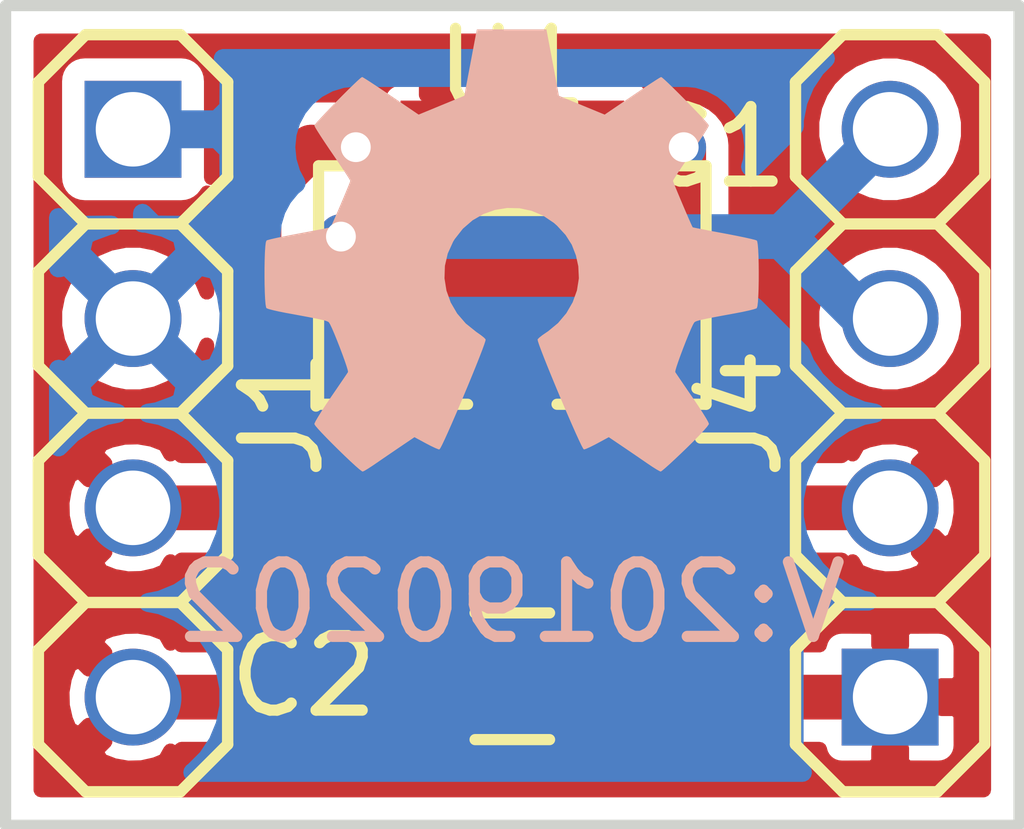
<source format=kicad_pcb>
(kicad_pcb (version 20171130) (host pcbnew 5.1.6-c6e7f7d~86~ubuntu19.10.1)

  (general
    (thickness 1.6)
    (drawings 4)
    (tracks 38)
    (zones 0)
    (modules 7)
    (nets 6)
  )

  (page A4)
  (layers
    (0 F.Cu signal)
    (31 B.Cu signal)
    (32 B.Adhes user)
    (33 F.Adhes user)
    (34 B.Paste user)
    (35 F.Paste user)
    (36 B.SilkS user)
    (37 F.SilkS user)
    (38 B.Mask user)
    (39 F.Mask user)
    (40 Dwgs.User user)
    (41 Cmts.User user)
    (42 Eco1.User user)
    (43 Eco2.User user)
    (44 Edge.Cuts user)
    (45 Margin user)
    (46 B.CrtYd user)
    (47 F.CrtYd user)
    (48 B.Fab user)
    (49 F.Fab user)
  )

  (setup
    (last_trace_width 0.1524)
    (user_trace_width 0.1524)
    (user_trace_width 0.2)
    (user_trace_width 0.3)
    (user_trace_width 0.4)
    (user_trace_width 0.6)
    (user_trace_width 1)
    (user_trace_width 1.5)
    (user_trace_width 2)
    (trace_clearance 0.1524)
    (zone_clearance 0.3)
    (zone_45_only no)
    (trace_min 0.1524)
    (via_size 0.381)
    (via_drill 0.254)
    (via_min_size 0.381)
    (via_min_drill 0.254)
    (user_via 0.381 0.254)
    (user_via 0.55 0.4)
    (user_via 0.75 0.6)
    (user_via 0.95 0.8)
    (user_via 1.3 1)
    (user_via 1.5 1.2)
    (user_via 1.7 1.4)
    (user_via 1.9 1.6)
    (uvia_size 0.381)
    (uvia_drill 0.254)
    (uvias_allowed no)
    (uvia_min_size 0.381)
    (uvia_min_drill 0.254)
    (edge_width 0.15)
    (segment_width 0.2)
    (pcb_text_width 0.3)
    (pcb_text_size 1.5 1.5)
    (mod_edge_width 0.15)
    (mod_text_size 1 1)
    (mod_text_width 0.15)
    (pad_size 1 1.25)
    (pad_drill 0)
    (pad_to_mask_clearance 0.05)
    (solder_mask_min_width 0.1)
    (aux_axis_origin 0 0)
    (visible_elements FFFFFF7F)
    (pcbplotparams
      (layerselection 0x010f0_ffffffff)
      (usegerberextensions true)
      (usegerberattributes false)
      (usegerberadvancedattributes false)
      (creategerberjobfile false)
      (excludeedgelayer true)
      (linewidth 0.100000)
      (plotframeref false)
      (viasonmask false)
      (mode 1)
      (useauxorigin false)
      (hpglpennumber 1)
      (hpglpenspeed 20)
      (hpglpendiameter 15.000000)
      (psnegative false)
      (psa4output false)
      (plotreference true)
      (plotvalue true)
      (plotinvisibletext false)
      (padsonsilk false)
      (subtractmaskfromsilk false)
      (outputformat 1)
      (mirror false)
      (drillshape 0)
      (scaleselection 1)
      (outputdirectory "MCP1702_SOT89_breakoutmodule_JST_plots"))
  )

  (net 0 "")
  (net 1 +12V)
  (net 2 GND)
  (net 3 /VIN)
  (net 4 /VSS)
  (net 5 /VOUT)

  (net_class Default "This is the default net class."
    (clearance 0.1524)
    (trace_width 0.1524)
    (via_dia 0.381)
    (via_drill 0.254)
    (uvia_dia 0.381)
    (uvia_drill 0.254)
    (add_net +12V)
    (add_net /VIN)
    (add_net /VOUT)
    (add_net /VSS)
    (add_net GND)
  )

  (module SquantorIC:SOT89-NXP (layer F.Cu) (tedit 5D55594A) (tstamp 5C0A8B4E)
    (at 135.9 76.1)
    (descr "SOT89 NXP specification https://www.nxp.com/docs/en/package-information/SOT89.pdf")
    (tags "SOT89 NXP")
    (path /5BE4AA1E)
    (attr smd)
    (fp_text reference U1 (at 0 -3.25) (layer F.SilkS)
      (effects (font (size 1 1) (thickness 0.15)))
    )
    (fp_text value MCP1702-MB (at 0 3.25) (layer F.Fab)
      (effects (font (size 1 1) (thickness 0.15)))
    )
    (fp_line (start -2.05 2.55) (end 2.05 2.55) (layer F.CrtYd) (width 0.05))
    (fp_line (start 2.05 2.55) (end 2.05 1.3) (layer F.CrtYd) (width 0.05))
    (fp_line (start 2.05 1.3) (end 2.65 1.3) (layer F.CrtYd) (width 0.05))
    (fp_line (start -2.05 2.55) (end -2.05 1.3) (layer F.CrtYd) (width 0.05))
    (fp_line (start -2.05 1.3) (end -2.65 1.3) (layer F.CrtYd) (width 0.05))
    (fp_line (start -1.3 -2.55) (end 1.3 -2.55) (layer F.CrtYd) (width 0.05))
    (fp_line (start -2.65 1.3) (end -2.65 -2) (layer F.CrtYd) (width 0.05))
    (fp_line (start -2.65 -2) (end -1.3 -2) (layer F.CrtYd) (width 0.05))
    (fp_line (start -1.3 -2) (end -1.3 -2.55) (layer F.CrtYd) (width 0.05))
    (fp_line (start 2.65 1.3) (end 2.65 -2) (layer F.CrtYd) (width 0.05))
    (fp_line (start 2.65 -2) (end 1.3 -2) (layer F.CrtYd) (width 0.05))
    (fp_line (start 1.3 -2) (end 1.3 -2.55) (layer F.CrtYd) (width 0.05))
    (fp_line (start -2.6 1.25) (end -2.6 -1.95) (layer F.SilkS) (width 0.15))
    (fp_line (start -2.6 -1.95) (end -1.35 -1.95) (layer F.SilkS) (width 0.15))
    (fp_line (start 1.35 -1.95) (end 2.6 -1.95) (layer F.SilkS) (width 0.15))
    (fp_line (start 2.6 -1.95) (end 2.6 1.25) (layer F.SilkS) (width 0.15))
    (fp_line (start -2.6 1.25) (end -2.1 1.25) (layer F.SilkS) (width 0.15))
    (fp_line (start -0.9 1.25) (end -0.6 1.25) (layer F.SilkS) (width 0.15))
    (fp_line (start 0.6 1.25) (end 0.9 1.25) (layer F.SilkS) (width 0.15))
    (fp_line (start 2.6 1.25) (end 2.1 1.25) (layer F.SilkS) (width 0.15))
    (pad 2 smd rect (at 0 -1.825) (size 1.9 0.85) (layers F.Cu F.Paste)
      (net 3 /VIN))
    (pad 2 smd rect (at 0 -0.6) (size 1.2 1.2) (layers F.Cu F.Paste)
      (net 3 /VIN))
    (pad 3 smd rect (at 1.5 1.75) (size 0.6 1) (layers F.Cu F.Paste)
      (net 5 /VOUT))
    (pad 1 smd rect (at -1.5 1.75) (size 0.6 1) (layers F.Cu F.Paste)
      (net 4 /VSS))
    (pad 2 smd rect (at 0 1.75) (size 0.6 1) (layers F.Cu F.Paste)
      (net 3 /VIN))
    (pad 2 smd rect (at 0 -0.9) (size 2 2.8) (layers F.Cu F.Mask)
      (net 3 /VIN))
    (pad 3 smd rect (at 1.5 1.75) (size 0.7 1.1) (layers F.Cu F.Mask)
      (net 5 /VOUT))
    (pad 2 smd rect (at 0 1.4) (size 0.7 1.8) (layers F.Cu F.Mask)
      (net 3 /VIN))
    (pad 1 smd rect (at -1.5 1.75) (size 0.7 1.1) (layers F.Cu F.Mask)
      (net 4 /VSS))
    (model ${KISYS3DMOD}/Package_TO_SOT_SMD.3dshapes/SOT-89-3.step
      (at (xyz 0 0 0))
      (scale (xyz 1 1 1))
      (rotate (xyz 0 0 -90))
    )
  )

  (module Symbols:OSHW-Symbol_6.7x6mm_SilkScreen (layer B.Cu) (tedit 0) (tstamp 5A135134)
    (at 135.9 75.3 180)
    (descr "Open Source Hardware Symbol")
    (tags "Logo Symbol OSHW")
    (path /5A135869)
    (attr virtual)
    (fp_text reference N1 (at 0 0 180) (layer B.SilkS) hide
      (effects (font (size 1 1) (thickness 0.15)) (justify mirror))
    )
    (fp_text value OHWLOGO (at 0.75 0 180) (layer B.Fab) hide
      (effects (font (size 1 1) (thickness 0.15)) (justify mirror))
    )
    (fp_poly (pts (xy 0.555814 2.531069) (xy 0.639635 2.086445) (xy 0.94892 1.958947) (xy 1.258206 1.831449)
      (xy 1.629246 2.083754) (xy 1.733157 2.154004) (xy 1.827087 2.216728) (xy 1.906652 2.269062)
      (xy 1.96747 2.308143) (xy 2.005157 2.331107) (xy 2.015421 2.336058) (xy 2.03391 2.323324)
      (xy 2.07342 2.288118) (xy 2.129522 2.234938) (xy 2.197787 2.168282) (xy 2.273786 2.092646)
      (xy 2.353092 2.012528) (xy 2.431275 1.932426) (xy 2.503907 1.856836) (xy 2.566559 1.790255)
      (xy 2.614803 1.737182) (xy 2.64421 1.702113) (xy 2.651241 1.690377) (xy 2.641123 1.66874)
      (xy 2.612759 1.621338) (xy 2.569129 1.552807) (xy 2.513218 1.467785) (xy 2.448006 1.370907)
      (xy 2.410219 1.31565) (xy 2.341343 1.214752) (xy 2.28014 1.123701) (xy 2.229578 1.04703)
      (xy 2.192628 0.989272) (xy 2.172258 0.954957) (xy 2.169197 0.947746) (xy 2.176136 0.927252)
      (xy 2.195051 0.879487) (xy 2.223087 0.811168) (xy 2.257391 0.729011) (xy 2.295109 0.63973)
      (xy 2.333387 0.550042) (xy 2.36937 0.466662) (xy 2.400206 0.396306) (xy 2.423039 0.34569)
      (xy 2.435017 0.321529) (xy 2.435724 0.320578) (xy 2.454531 0.315964) (xy 2.504618 0.305672)
      (xy 2.580793 0.290713) (xy 2.677865 0.272099) (xy 2.790643 0.250841) (xy 2.856442 0.238582)
      (xy 2.97695 0.215638) (xy 3.085797 0.193805) (xy 3.177476 0.174278) (xy 3.246481 0.158252)
      (xy 3.287304 0.146921) (xy 3.295511 0.143326) (xy 3.303548 0.118994) (xy 3.310033 0.064041)
      (xy 3.31497 -0.015108) (xy 3.318364 -0.112026) (xy 3.320218 -0.220287) (xy 3.320538 -0.333465)
      (xy 3.319327 -0.445135) (xy 3.31659 -0.548868) (xy 3.312331 -0.638241) (xy 3.306555 -0.706826)
      (xy 3.299267 -0.748197) (xy 3.294895 -0.75681) (xy 3.268764 -0.767133) (xy 3.213393 -0.781892)
      (xy 3.136107 -0.799352) (xy 3.04423 -0.81778) (xy 3.012158 -0.823741) (xy 2.857524 -0.852066)
      (xy 2.735375 -0.874876) (xy 2.641673 -0.89308) (xy 2.572384 -0.907583) (xy 2.523471 -0.919292)
      (xy 2.490897 -0.929115) (xy 2.470628 -0.937956) (xy 2.458626 -0.946724) (xy 2.456947 -0.948457)
      (xy 2.440184 -0.976371) (xy 2.414614 -1.030695) (xy 2.382788 -1.104777) (xy 2.34726 -1.191965)
      (xy 2.310583 -1.285608) (xy 2.275311 -1.379052) (xy 2.243996 -1.465647) (xy 2.219193 -1.53874)
      (xy 2.203454 -1.591678) (xy 2.199332 -1.617811) (xy 2.199676 -1.618726) (xy 2.213641 -1.640086)
      (xy 2.245322 -1.687084) (xy 2.291391 -1.754827) (xy 2.348518 -1.838423) (xy 2.413373 -1.932982)
      (xy 2.431843 -1.959854) (xy 2.497699 -2.057275) (xy 2.55565 -2.146163) (xy 2.602538 -2.221412)
      (xy 2.635207 -2.27792) (xy 2.6505 -2.310581) (xy 2.651241 -2.314593) (xy 2.638392 -2.335684)
      (xy 2.602888 -2.377464) (xy 2.549293 -2.435445) (xy 2.482171 -2.505135) (xy 2.406087 -2.582045)
      (xy 2.325604 -2.661683) (xy 2.245287 -2.739561) (xy 2.169699 -2.811186) (xy 2.103405 -2.87207)
      (xy 2.050969 -2.917721) (xy 2.016955 -2.94365) (xy 2.007545 -2.947883) (xy 1.985643 -2.937912)
      (xy 1.9408 -2.91102) (xy 1.880321 -2.871736) (xy 1.833789 -2.840117) (xy 1.749475 -2.782098)
      (xy 1.649626 -2.713784) (xy 1.549473 -2.645579) (xy 1.495627 -2.609075) (xy 1.313371 -2.4858)
      (xy 1.160381 -2.56852) (xy 1.090682 -2.604759) (xy 1.031414 -2.632926) (xy 0.991311 -2.648991)
      (xy 0.981103 -2.651226) (xy 0.968829 -2.634722) (xy 0.944613 -2.588082) (xy 0.910263 -2.515609)
      (xy 0.867588 -2.421606) (xy 0.818394 -2.310374) (xy 0.76449 -2.186215) (xy 0.707684 -2.053432)
      (xy 0.649782 -1.916327) (xy 0.592593 -1.779202) (xy 0.537924 -1.646358) (xy 0.487584 -1.522098)
      (xy 0.44338 -1.410725) (xy 0.407119 -1.316539) (xy 0.380609 -1.243844) (xy 0.365658 -1.196941)
      (xy 0.363254 -1.180833) (xy 0.382311 -1.160286) (xy 0.424036 -1.126933) (xy 0.479706 -1.087702)
      (xy 0.484378 -1.084599) (xy 0.628264 -0.969423) (xy 0.744283 -0.835053) (xy 0.83143 -0.685784)
      (xy 0.888699 -0.525913) (xy 0.915086 -0.359737) (xy 0.909585 -0.191552) (xy 0.87119 -0.025655)
      (xy 0.798895 0.133658) (xy 0.777626 0.168513) (xy 0.666996 0.309263) (xy 0.536302 0.422286)
      (xy 0.390064 0.506997) (xy 0.232808 0.562806) (xy 0.069057 0.589126) (xy -0.096667 0.58537)
      (xy -0.259838 0.55095) (xy -0.415935 0.485277) (xy -0.560433 0.387765) (xy -0.605131 0.348187)
      (xy -0.718888 0.224297) (xy -0.801782 0.093876) (xy -0.858644 -0.052315) (xy -0.890313 -0.197088)
      (xy -0.898131 -0.35986) (xy -0.872062 -0.52344) (xy -0.814755 -0.682298) (xy -0.728856 -0.830906)
      (xy -0.617014 -0.963735) (xy -0.481877 -1.075256) (xy -0.464117 -1.087011) (xy -0.40785 -1.125508)
      (xy -0.365077 -1.158863) (xy -0.344628 -1.18016) (xy -0.344331 -1.180833) (xy -0.348721 -1.203871)
      (xy -0.366124 -1.256157) (xy -0.394732 -1.33339) (xy -0.432735 -1.431268) (xy -0.478326 -1.545491)
      (xy -0.529697 -1.671758) (xy -0.585038 -1.805767) (xy -0.642542 -1.943218) (xy -0.700399 -2.079808)
      (xy -0.756802 -2.211237) (xy -0.809942 -2.333205) (xy -0.85801 -2.441409) (xy -0.899199 -2.531549)
      (xy -0.931699 -2.599323) (xy -0.953703 -2.64043) (xy -0.962564 -2.651226) (xy -0.98964 -2.642819)
      (xy -1.040303 -2.620272) (xy -1.105817 -2.587613) (xy -1.141841 -2.56852) (xy -1.294832 -2.4858)
      (xy -1.477088 -2.609075) (xy -1.570125 -2.672228) (xy -1.671985 -2.741727) (xy -1.767438 -2.807165)
      (xy -1.81525 -2.840117) (xy -1.882495 -2.885273) (xy -1.939436 -2.921057) (xy -1.978646 -2.942938)
      (xy -1.991381 -2.947563) (xy -2.009917 -2.935085) (xy -2.050941 -2.900252) (xy -2.110475 -2.846678)
      (xy -2.184542 -2.777983) (xy -2.269165 -2.697781) (xy -2.322685 -2.646286) (xy -2.416319 -2.554286)
      (xy -2.497241 -2.471999) (xy -2.562177 -2.402945) (xy -2.607858 -2.350644) (xy -2.631011 -2.318616)
      (xy -2.633232 -2.312116) (xy -2.622924 -2.287394) (xy -2.594439 -2.237405) (xy -2.550937 -2.167212)
      (xy -2.495577 -2.081875) (xy -2.43152 -1.986456) (xy -2.413303 -1.959854) (xy -2.346927 -1.863167)
      (xy -2.287378 -1.776117) (xy -2.237984 -1.703595) (xy -2.202075 -1.650493) (xy -2.182981 -1.621703)
      (xy -2.181136 -1.618726) (xy -2.183895 -1.595782) (xy -2.198538 -1.545336) (xy -2.222513 -1.474041)
      (xy -2.253266 -1.388547) (xy -2.288244 -1.295507) (xy -2.324893 -1.201574) (xy -2.360661 -1.113399)
      (xy -2.392994 -1.037634) (xy -2.419338 -0.980931) (xy -2.437142 -0.949943) (xy -2.438407 -0.948457)
      (xy -2.449294 -0.939601) (xy -2.467682 -0.930843) (xy -2.497606 -0.921277) (xy -2.543103 -0.909996)
      (xy -2.608209 -0.896093) (xy -2.696961 -0.878663) (xy -2.813393 -0.856798) (xy -2.961542 -0.829591)
      (xy -2.993618 -0.823741) (xy -3.088686 -0.805374) (xy -3.171565 -0.787405) (xy -3.23493 -0.771569)
      (xy -3.271458 -0.7596) (xy -3.276356 -0.75681) (xy -3.284427 -0.732072) (xy -3.290987 -0.67679)
      (xy -3.296033 -0.597389) (xy -3.299559 -0.500296) (xy -3.301561 -0.391938) (xy -3.302036 -0.27874)
      (xy -3.300977 -0.167128) (xy -3.298382 -0.063529) (xy -3.294246 0.025632) (xy -3.288563 0.093928)
      (xy -3.281331 0.134934) (xy -3.276971 0.143326) (xy -3.252698 0.151792) (xy -3.197426 0.165565)
      (xy -3.116662 0.18345) (xy -3.015912 0.204252) (xy -2.900683 0.226777) (xy -2.837902 0.238582)
      (xy -2.718787 0.260849) (xy -2.612565 0.281021) (xy -2.524427 0.298085) (xy -2.459566 0.311031)
      (xy -2.423174 0.318845) (xy -2.417184 0.320578) (xy -2.407061 0.34011) (xy -2.385662 0.387157)
      (xy -2.355839 0.454997) (xy -2.320445 0.536909) (xy -2.282332 0.626172) (xy -2.244353 0.716065)
      (xy -2.20936 0.799865) (xy -2.180206 0.870853) (xy -2.159743 0.922306) (xy -2.150823 0.947503)
      (xy -2.150657 0.948604) (xy -2.160769 0.968481) (xy -2.189117 1.014223) (xy -2.232723 1.081283)
      (xy -2.288606 1.165116) (xy -2.353787 1.261174) (xy -2.391679 1.31635) (xy -2.460725 1.417519)
      (xy -2.52205 1.50937) (xy -2.572663 1.587256) (xy -2.609571 1.646531) (xy -2.629782 1.682549)
      (xy -2.632701 1.690623) (xy -2.620153 1.709416) (xy -2.585463 1.749543) (xy -2.533063 1.806507)
      (xy -2.467384 1.875815) (xy -2.392856 1.952969) (xy -2.313913 2.033475) (xy -2.234983 2.112837)
      (xy -2.1605 2.18656) (xy -2.094894 2.250148) (xy -2.042596 2.299106) (xy -2.008039 2.328939)
      (xy -1.996478 2.336058) (xy -1.977654 2.326047) (xy -1.932631 2.297922) (xy -1.865787 2.254546)
      (xy -1.781499 2.198782) (xy -1.684144 2.133494) (xy -1.610707 2.083754) (xy -1.239667 1.831449)
      (xy -0.621095 2.086445) (xy -0.537275 2.531069) (xy -0.453454 2.975693) (xy 0.471994 2.975693)
      (xy 0.555814 2.531069)) (layer B.SilkS) (width 0.01))
  )

  (module SquantorLabels:Label_version (layer B.Cu) (tedit 5B5A1E49) (tstamp 5BFE77D5)
    (at 135.3 80.01 90)
    (path /5A1357A5)
    (fp_text reference N2 (at 0 -1.4 90) (layer B.Fab) hide
      (effects (font (size 1 1) (thickness 0.15)) (justify mirror))
    )
    (fp_text value 20190202 (at 0 -0.1 180) (layer B.SilkS)
      (effects (font (size 1 1) (thickness 0.15)) (justify mirror))
    )
    (fp_text user V: (at 0 4.4 180) (layer B.SilkS)
      (effects (font (size 1 1) (thickness 0.15)) (justify mirror))
    )
  )

  (module SquantorRcl:C_0805 (layer F.Cu) (tedit 5415D6EA) (tstamp 5BFD038B)
    (at 135.9 73.9 180)
    (descr "Capacitor SMD 0805, reflow soldering, AVX (see smccp.pdf)")
    (tags "capacitor 0805")
    (path /5BE4AAB5)
    (attr smd)
    (fp_text reference C1 (at -2.7 0 180) (layer F.SilkS)
      (effects (font (size 1 1) (thickness 0.15)))
    )
    (fp_text value 1u (at -2.7 0 180) (layer F.Fab)
      (effects (font (size 1 1) (thickness 0.15)))
    )
    (fp_line (start -0.5 0.85) (end 0.5 0.85) (layer F.SilkS) (width 0.15))
    (fp_line (start 0.5 -0.85) (end -0.5 -0.85) (layer F.SilkS) (width 0.15))
    (fp_line (start 1.8 -1) (end 1.8 1) (layer F.CrtYd) (width 0.05))
    (fp_line (start -1.8 -1) (end -1.8 1) (layer F.CrtYd) (width 0.05))
    (fp_line (start -1.8 1) (end 1.8 1) (layer F.CrtYd) (width 0.05))
    (fp_line (start -1.8 -1) (end 1.8 -1) (layer F.CrtYd) (width 0.05))
    (fp_line (start -1 -0.625) (end 1 -0.625) (layer F.Fab) (width 0.15))
    (fp_line (start 1 -0.625) (end 1 0.625) (layer F.Fab) (width 0.15))
    (fp_line (start 1 0.625) (end -1 0.625) (layer F.Fab) (width 0.15))
    (fp_line (start -1 0.625) (end -1 -0.625) (layer F.Fab) (width 0.15))
    (pad 1 smd rect (at -1 0 180) (size 1 1.25) (layers F.Cu F.Paste F.Mask)
      (net 3 /VIN))
    (pad 2 smd rect (at 1 0 180) (size 1 1.25) (layers F.Cu F.Paste F.Mask)
      (net 4 /VSS))
    (model Capacitors_SMD.3dshapes/C_0805.wrl
      (at (xyz 0 0 0))
      (scale (xyz 1 1 1))
      (rotate (xyz 0 0 0))
    )
  )

  (module SquantorRcl:C_0805 (layer F.Cu) (tedit 5415D6EA) (tstamp 5BFD039B)
    (at 135.9 81)
    (descr "Capacitor SMD 0805, reflow soldering, AVX (see smccp.pdf)")
    (tags "capacitor 0805")
    (path /5BE4AAF0)
    (attr smd)
    (fp_text reference C2 (at -2.8 0) (layer F.SilkS)
      (effects (font (size 1 1) (thickness 0.15)))
    )
    (fp_text value 1u (at -2.9 0) (layer F.Fab)
      (effects (font (size 1 1) (thickness 0.15)))
    )
    (fp_line (start -1 0.625) (end -1 -0.625) (layer F.Fab) (width 0.15))
    (fp_line (start 1 0.625) (end -1 0.625) (layer F.Fab) (width 0.15))
    (fp_line (start 1 -0.625) (end 1 0.625) (layer F.Fab) (width 0.15))
    (fp_line (start -1 -0.625) (end 1 -0.625) (layer F.Fab) (width 0.15))
    (fp_line (start -1.8 -1) (end 1.8 -1) (layer F.CrtYd) (width 0.05))
    (fp_line (start -1.8 1) (end 1.8 1) (layer F.CrtYd) (width 0.05))
    (fp_line (start -1.8 -1) (end -1.8 1) (layer F.CrtYd) (width 0.05))
    (fp_line (start 1.8 -1) (end 1.8 1) (layer F.CrtYd) (width 0.05))
    (fp_line (start 0.5 -0.85) (end -0.5 -0.85) (layer F.SilkS) (width 0.15))
    (fp_line (start -0.5 0.85) (end 0.5 0.85) (layer F.SilkS) (width 0.15))
    (pad 2 smd rect (at 1 0) (size 1 1.25) (layers F.Cu F.Paste F.Mask)
      (net 4 /VSS))
    (pad 1 smd rect (at -1 0) (size 1 1.25) (layers F.Cu F.Paste F.Mask)
      (net 5 /VOUT))
    (model Capacitors_SMD.3dshapes/C_0805.wrl
      (at (xyz 0 0 0))
      (scale (xyz 1 1 1))
      (rotate (xyz 0 0 0))
    )
  )

  (module SquantorConnectors:Header-0254-1X04-H010 (layer F.Cu) (tedit 5BE5435D) (tstamp 5BFD03C0)
    (at 130.81 77.47 270)
    (descr "PIN HEADER")
    (tags "PIN HEADER")
    (path /5BE4B042)
    (attr virtual)
    (fp_text reference J1 (at 0 -2 270) (layer F.SilkS)
      (effects (font (size 1 1) (thickness 0.15)))
    )
    (fp_text value Conn_01x04 (at 0 2.2 270) (layer F.Fab) hide
      (effects (font (size 1 1) (thickness 0.15)))
    )
    (fp_line (start 4.445 1.27) (end 3.175 1.27) (layer F.SilkS) (width 0.1524))
    (fp_line (start 2.54 0.635) (end 3.175 1.27) (layer F.SilkS) (width 0.1524))
    (fp_line (start 3.175 -1.27) (end 2.54 -0.635) (layer F.SilkS) (width 0.1524))
    (fp_line (start 5.08 0.635) (end 4.445 1.27) (layer F.SilkS) (width 0.1524))
    (fp_line (start 5.08 -0.635) (end 5.08 0.635) (layer F.SilkS) (width 0.1524))
    (fp_line (start 4.445 -1.27) (end 5.08 -0.635) (layer F.SilkS) (width 0.1524))
    (fp_line (start 3.175 -1.27) (end 4.445 -1.27) (layer F.SilkS) (width 0.1524))
    (fp_line (start -3.175 1.27) (end -4.445 1.27) (layer F.SilkS) (width 0.1524))
    (fp_line (start -5.08 0.635) (end -4.445 1.27) (layer F.SilkS) (width 0.1524))
    (fp_line (start -4.445 -1.27) (end -5.08 -0.635) (layer F.SilkS) (width 0.1524))
    (fp_line (start -5.08 -0.635) (end -5.08 0.635) (layer F.SilkS) (width 0.1524))
    (fp_line (start -1.905 1.27) (end -2.54 0.635) (layer F.SilkS) (width 0.1524))
    (fp_line (start -0.635 1.27) (end -1.905 1.27) (layer F.SilkS) (width 0.1524))
    (fp_line (start 0 0.635) (end -0.635 1.27) (layer F.SilkS) (width 0.1524))
    (fp_line (start 0 -0.635) (end 0 0.635) (layer F.SilkS) (width 0.1524))
    (fp_line (start -0.635 -1.27) (end 0 -0.635) (layer F.SilkS) (width 0.1524))
    (fp_line (start -1.905 -1.27) (end -0.635 -1.27) (layer F.SilkS) (width 0.1524))
    (fp_line (start -2.54 -0.635) (end -1.905 -1.27) (layer F.SilkS) (width 0.1524))
    (fp_line (start -2.54 0.635) (end -3.175 1.27) (layer F.SilkS) (width 0.1524))
    (fp_line (start -2.54 -0.635) (end -2.54 0.635) (layer F.SilkS) (width 0.1524))
    (fp_line (start -3.175 -1.27) (end -2.54 -0.635) (layer F.SilkS) (width 0.1524))
    (fp_line (start -4.445 -1.27) (end -3.175 -1.27) (layer F.SilkS) (width 0.1524))
    (fp_line (start 0.635 1.27) (end 0 0.635) (layer F.SilkS) (width 0.1524))
    (fp_line (start 1.905 1.27) (end 0.635 1.27) (layer F.SilkS) (width 0.1524))
    (fp_line (start 2.54 0.635) (end 1.905 1.27) (layer F.SilkS) (width 0.1524))
    (fp_line (start 2.54 -0.635) (end 2.54 0.635) (layer F.SilkS) (width 0.1524))
    (fp_line (start 1.905 -1.27) (end 2.54 -0.635) (layer F.SilkS) (width 0.1524))
    (fp_line (start 0.635 -1.27) (end 1.905 -1.27) (layer F.SilkS) (width 0.1524))
    (fp_line (start 0 -0.635) (end 0.635 -1.27) (layer F.SilkS) (width 0.1524))
    (pad 1 thru_hole rect (at -3.81 0 90) (size 1.3 1.3) (drill 1) (layers *.Cu *.Mask)
      (net 3 /VIN))
    (pad 2 thru_hole circle (at -1.27 0 90) (size 1.3 1.3) (drill 1) (layers *.Cu *.Mask)
      (net 3 /VIN))
    (pad 3 thru_hole circle (at 1.27 0 90) (size 1.3 1.3) (drill 1) (layers *.Cu *.Mask)
      (net 4 /VSS))
    (pad 4 thru_hole circle (at 3.81 0 90) (size 1.3 1.3) (drill 1) (layers *.Cu *.Mask)
      (net 4 /VSS))
  )

  (module SquantorConnectors:Header-0254-1X04-H010 (layer F.Cu) (tedit 5BE54358) (tstamp 5BFD0433)
    (at 140.97 77.47 90)
    (descr "PIN HEADER")
    (tags "PIN HEADER")
    (path /5BE4B50D)
    (attr virtual)
    (fp_text reference J4 (at 0 -2 90) (layer F.SilkS)
      (effects (font (size 1 1) (thickness 0.15)))
    )
    (fp_text value Conn_01x04 (at 0 2.2 90) (layer F.Fab) hide
      (effects (font (size 1 1) (thickness 0.15)))
    )
    (fp_line (start 0 -0.635) (end 0.635 -1.27) (layer F.SilkS) (width 0.1524))
    (fp_line (start 0.635 -1.27) (end 1.905 -1.27) (layer F.SilkS) (width 0.1524))
    (fp_line (start 1.905 -1.27) (end 2.54 -0.635) (layer F.SilkS) (width 0.1524))
    (fp_line (start 2.54 -0.635) (end 2.54 0.635) (layer F.SilkS) (width 0.1524))
    (fp_line (start 2.54 0.635) (end 1.905 1.27) (layer F.SilkS) (width 0.1524))
    (fp_line (start 1.905 1.27) (end 0.635 1.27) (layer F.SilkS) (width 0.1524))
    (fp_line (start 0.635 1.27) (end 0 0.635) (layer F.SilkS) (width 0.1524))
    (fp_line (start -4.445 -1.27) (end -3.175 -1.27) (layer F.SilkS) (width 0.1524))
    (fp_line (start -3.175 -1.27) (end -2.54 -0.635) (layer F.SilkS) (width 0.1524))
    (fp_line (start -2.54 -0.635) (end -2.54 0.635) (layer F.SilkS) (width 0.1524))
    (fp_line (start -2.54 0.635) (end -3.175 1.27) (layer F.SilkS) (width 0.1524))
    (fp_line (start -2.54 -0.635) (end -1.905 -1.27) (layer F.SilkS) (width 0.1524))
    (fp_line (start -1.905 -1.27) (end -0.635 -1.27) (layer F.SilkS) (width 0.1524))
    (fp_line (start -0.635 -1.27) (end 0 -0.635) (layer F.SilkS) (width 0.1524))
    (fp_line (start 0 -0.635) (end 0 0.635) (layer F.SilkS) (width 0.1524))
    (fp_line (start 0 0.635) (end -0.635 1.27) (layer F.SilkS) (width 0.1524))
    (fp_line (start -0.635 1.27) (end -1.905 1.27) (layer F.SilkS) (width 0.1524))
    (fp_line (start -1.905 1.27) (end -2.54 0.635) (layer F.SilkS) (width 0.1524))
    (fp_line (start -5.08 -0.635) (end -5.08 0.635) (layer F.SilkS) (width 0.1524))
    (fp_line (start -4.445 -1.27) (end -5.08 -0.635) (layer F.SilkS) (width 0.1524))
    (fp_line (start -5.08 0.635) (end -4.445 1.27) (layer F.SilkS) (width 0.1524))
    (fp_line (start -3.175 1.27) (end -4.445 1.27) (layer F.SilkS) (width 0.1524))
    (fp_line (start 3.175 -1.27) (end 4.445 -1.27) (layer F.SilkS) (width 0.1524))
    (fp_line (start 4.445 -1.27) (end 5.08 -0.635) (layer F.SilkS) (width 0.1524))
    (fp_line (start 5.08 -0.635) (end 5.08 0.635) (layer F.SilkS) (width 0.1524))
    (fp_line (start 5.08 0.635) (end 4.445 1.27) (layer F.SilkS) (width 0.1524))
    (fp_line (start 3.175 -1.27) (end 2.54 -0.635) (layer F.SilkS) (width 0.1524))
    (fp_line (start 2.54 0.635) (end 3.175 1.27) (layer F.SilkS) (width 0.1524))
    (fp_line (start 4.445 1.27) (end 3.175 1.27) (layer F.SilkS) (width 0.1524))
    (pad 4 thru_hole circle (at 3.81 0 270) (size 1.3 1.3) (drill 1) (layers *.Cu *.Mask)
      (net 5 /VOUT))
    (pad 3 thru_hole circle (at 1.27 0 270) (size 1.3 1.3) (drill 1) (layers *.Cu *.Mask)
      (net 5 /VOUT))
    (pad 2 thru_hole circle (at -1.27 0 270) (size 1.3 1.3) (drill 1) (layers *.Cu *.Mask)
      (net 4 /VSS))
    (pad 1 thru_hole rect (at -3.81 0 270) (size 1.3 1.3) (drill 1) (layers *.Cu *.Mask)
      (net 4 /VSS))
  )

  (gr_line (start 142.7 72) (end 142.7 83) (layer Edge.Cuts) (width 0.15))
  (gr_line (start 129.1 83) (end 129.1 72) (layer Edge.Cuts) (width 0.15))
  (gr_line (start 142.7 72) (end 129.1 72) (layer Edge.Cuts) (width 0.15))
  (gr_line (start 129.1 83) (end 142.7 83) (layer Edge.Cuts) (width 0.15))

  (segment (start 135.9 76.1) (end 137.9 76.1) (width 0.4) (layer F.Cu) (net 1))
  (segment (start 135.9 76.1) (end 135.9 75.2) (width 0.4) (layer F.Cu) (net 1))
  (segment (start 135.9 75.2) (end 136.1 75) (width 0.4) (layer F.Cu) (net 1))
  (segment (start 136.1 75) (end 136.6 75) (width 0.4) (layer F.Cu) (net 1))
  (segment (start 136.9 74.7) (end 136.9 73.9) (width 0.4) (layer F.Cu) (net 1))
  (segment (start 136.6 75) (end 136.9 74.7) (width 0.4) (layer F.Cu) (net 1))
  (segment (start 134.9 73.9) (end 133.8 73.9) (width 0.6) (layer F.Cu) (net 2))
  (via (at 133.8 73.9) (size 0.55) (drill 0.4) (layers F.Cu B.Cu) (net 2))
  (segment (start 133.8 73.9) (end 137.7 73.9) (width 0.6) (layer B.Cu) (net 2))
  (segment (start 132.12 81.28) (end 130.81 81.28) (width 0.6) (layer F.Cu) (net 2))
  (segment (start 133.8 73.9) (end 133.2 73.9) (width 0.6) (layer F.Cu) (net 2))
  (segment (start 132.5 80.9) (end 132.12 81.28) (width 0.6) (layer F.Cu) (net 2))
  (segment (start 133.2 73.9) (end 132.5 74.6) (width 0.6) (layer F.Cu) (net 2))
  (segment (start 132.46 78.74) (end 132.5 78.7) (width 0.6) (layer F.Cu) (net 2))
  (segment (start 130.81 78.74) (end 132.46 78.74) (width 0.6) (layer F.Cu) (net 2))
  (segment (start 132.5 74.6) (end 132.5 78.7) (width 0.6) (layer F.Cu) (net 2))
  (segment (start 132.5 78.7) (end 132.5 80.9) (width 0.6) (layer F.Cu) (net 2))
  (segment (start 137.7 73.9) (end 138.2 73.9) (width 0.6) (layer B.Cu) (net 2))
  (via (at 138.2 73.9) (size 0.55) (drill 0.4) (layers F.Cu B.Cu) (net 2))
  (segment (start 138.2 81) (end 136.9 81) (width 0.6) (layer F.Cu) (net 2))
  (segment (start 138.48 81.28) (end 138.2 81) (width 0.6) (layer F.Cu) (net 2))
  (segment (start 140.97 81.28) (end 138.48 81.28) (width 0.6) (layer F.Cu) (net 2))
  (segment (start 140.97 78.74) (end 138.26 78.74) (width 0.6) (layer F.Cu) (net 2))
  (segment (start 138.26 78.74) (end 138.2 78.8) (width 0.6) (layer F.Cu) (net 2))
  (segment (start 138.2 78.8) (end 138.2 81) (width 0.6) (layer F.Cu) (net 2))
  (segment (start 137.4 76.1) (end 138.2 76.1) (width 0.4) (layer F.Cu) (net 2))
  (segment (start 138.2 73.9) (end 138.2 76.1) (width 0.6) (layer F.Cu) (net 2))
  (segment (start 138.2 76.1) (end 138.2 78.8) (width 0.6) (layer F.Cu) (net 2))
  (segment (start 134.4 76.1) (end 133.8 76.1) (width 0.4) (layer F.Cu) (net 5))
  (segment (start 133.6 76.3) (end 133.6 80.7) (width 0.6) (layer F.Cu) (net 5))
  (segment (start 133.9 81) (end 134.9 81) (width 0.6) (layer F.Cu) (net 5))
  (segment (start 133.6 80.7) (end 133.9 81) (width 0.6) (layer F.Cu) (net 5))
  (segment (start 133.6 76.3) (end 133.6 75.1) (width 0.6) (layer F.Cu) (net 5))
  (via (at 133.6 75.1) (size 0.55) (drill 0.4) (layers F.Cu B.Cu) (net 5))
  (segment (start 139.53 75.1) (end 140.97 73.66) (width 0.6) (layer B.Cu) (net 5))
  (segment (start 133.6 75.1) (end 139.53 75.1) (width 0.6) (layer B.Cu) (net 5))
  (segment (start 140.63 76.2) (end 139.53 75.1) (width 0.6) (layer B.Cu) (net 5))
  (segment (start 140.97 76.2) (end 140.63 76.2) (width 0.6) (layer B.Cu) (net 5))

  (zone (net 3) (net_name /VIN) (layer B.Cu) (tstamp 5BFE787B) (hatch edge 0.508)
    (connect_pads (clearance 0.508))
    (min_thickness 0.254)
    (fill yes (arc_segments 16) (thermal_gap 0.508) (thermal_bridge_width 0.508))
    (polygon
      (pts
        (xy 129.1 72) (xy 142.7 72) (xy 142.7 83) (xy 129.1 83)
      )
    )
    (filled_polygon
      (pts
        (xy 139.971875 72.84086) (xy 139.831247 73.051324) (xy 139.734381 73.285179) (xy 139.685 73.533439) (xy 139.685 73.62271)
        (xy 139.142711 74.165) (xy 139.096685 74.165) (xy 139.121471 74.083292) (xy 139.139524 73.9) (xy 139.121471 73.716708)
        (xy 139.068007 73.54046) (xy 138.981186 73.378028) (xy 138.864344 73.235656) (xy 138.721972 73.118814) (xy 138.55954 73.031993)
        (xy 138.383292 72.978529) (xy 138.245932 72.965) (xy 133.754068 72.965) (xy 133.616708 72.978529) (xy 133.44046 73.031993)
        (xy 133.278028 73.118814) (xy 133.135656 73.235656) (xy 133.018814 73.378028) (xy 132.931993 73.54046) (xy 132.878529 73.716708)
        (xy 132.860476 73.9) (xy 132.878529 74.083292) (xy 132.931993 74.25954) (xy 132.998542 74.384046) (xy 132.935656 74.435656)
        (xy 132.818814 74.578028) (xy 132.731993 74.74046) (xy 132.678529 74.916708) (xy 132.660476 75.1) (xy 132.678529 75.283292)
        (xy 132.731993 75.45954) (xy 132.818814 75.621972) (xy 132.935656 75.764344) (xy 133.078028 75.881186) (xy 133.24046 75.968007)
        (xy 133.416708 76.021471) (xy 133.554068 76.035) (xy 139.142711 76.035) (xy 139.771044 76.663333) (xy 139.831247 76.808676)
        (xy 139.971875 77.01914) (xy 140.15086 77.198125) (xy 140.361324 77.338753) (xy 140.595179 77.435619) (xy 140.768027 77.47)
        (xy 140.595179 77.504381) (xy 140.361324 77.601247) (xy 140.15086 77.741875) (xy 139.971875 77.92086) (xy 139.831247 78.131324)
        (xy 139.734381 78.365179) (xy 139.685 78.613439) (xy 139.685 78.866561) (xy 139.734381 79.114821) (xy 139.831247 79.348676)
        (xy 139.971875 79.55914) (xy 140.15086 79.738125) (xy 140.361324 79.878753) (xy 140.595179 79.975619) (xy 140.677172 79.991928)
        (xy 140.32 79.991928) (xy 140.195518 80.004188) (xy 140.07582 80.040498) (xy 139.965506 80.099463) (xy 139.868815 80.178815)
        (xy 139.789463 80.275506) (xy 139.730498 80.38582) (xy 139.694188 80.505518) (xy 139.681928 80.63) (xy 139.681928 81.93)
        (xy 139.694188 82.054482) (xy 139.730498 82.17418) (xy 139.789463 82.284494) (xy 139.793982 82.29) (xy 131.611368 82.29)
        (xy 131.62914 82.278125) (xy 131.808125 82.09914) (xy 131.948753 81.888676) (xy 132.045619 81.654821) (xy 132.095 81.406561)
        (xy 132.095 81.153439) (xy 132.045619 80.905179) (xy 131.948753 80.671324) (xy 131.808125 80.46086) (xy 131.62914 80.281875)
        (xy 131.418676 80.141247) (xy 131.184821 80.044381) (xy 131.011973 80.01) (xy 131.184821 79.975619) (xy 131.418676 79.878753)
        (xy 131.62914 79.738125) (xy 131.808125 79.55914) (xy 131.948753 79.348676) (xy 132.045619 79.114821) (xy 132.095 78.866561)
        (xy 132.095 78.613439) (xy 132.045619 78.365179) (xy 131.948753 78.131324) (xy 131.808125 77.92086) (xy 131.62914 77.741875)
        (xy 131.418676 77.601247) (xy 131.184821 77.504381) (xy 131.009256 77.46946) (xy 131.136449 77.44927) (xy 131.373896 77.361578)
        (xy 131.462534 77.314201) (xy 131.515922 77.085527) (xy 130.81 76.379605) (xy 130.104078 77.085527) (xy 130.157466 77.314201)
        (xy 130.387374 77.420095) (xy 130.601211 77.471356) (xy 130.435179 77.504381) (xy 130.201324 77.601247) (xy 129.99086 77.741875)
        (xy 129.811875 77.92086) (xy 129.81 77.923666) (xy 129.81 76.879196) (xy 129.924473 76.905922) (xy 130.630395 76.2)
        (xy 130.989605 76.2) (xy 131.695527 76.905922) (xy 131.924201 76.852534) (xy 132.030095 76.622626) (xy 132.089102 76.376476)
        (xy 132.098952 76.123545) (xy 132.05927 75.873551) (xy 131.971578 75.636104) (xy 131.924201 75.547466) (xy 131.695527 75.494078)
        (xy 130.989605 76.2) (xy 130.630395 76.2) (xy 129.924473 75.494078) (xy 129.81 75.520804) (xy 129.81 74.842939)
        (xy 129.91582 74.899502) (xy 130.035518 74.935812) (xy 130.16 74.948072) (xy 130.519391 74.945041) (xy 130.483551 74.95073)
        (xy 130.246104 75.038422) (xy 130.157466 75.085799) (xy 130.104078 75.314473) (xy 130.81 76.020395) (xy 131.515922 75.314473)
        (xy 131.462534 75.085799) (xy 131.232626 74.979905) (xy 130.986476 74.920898) (xy 130.937002 74.918971) (xy 130.937002 74.786252)
        (xy 131.09575 74.945) (xy 131.46 74.948072) (xy 131.584482 74.935812) (xy 131.70418 74.899502) (xy 131.814494 74.840537)
        (xy 131.911185 74.761185) (xy 131.990537 74.664494) (xy 132.049502 74.55418) (xy 132.085812 74.434482) (xy 132.098072 74.31)
        (xy 132.095 73.94575) (xy 131.93625 73.787) (xy 130.937 73.787) (xy 130.937 73.807) (xy 130.683 73.807)
        (xy 130.683 73.787) (xy 130.663 73.787) (xy 130.663 73.533) (xy 130.683 73.533) (xy 130.683 73.513)
        (xy 130.937 73.513) (xy 130.937 73.533) (xy 131.93625 73.533) (xy 132.095 73.37425) (xy 132.098072 73.01)
        (xy 132.085812 72.885518) (xy 132.049502 72.76582) (xy 132.019665 72.71) (xy 140.102735 72.71)
      )
    )
  )
  (zone (net 4) (net_name /VSS) (layer F.Cu) (tstamp 5BFE7878) (hatch edge 0.508)
    (connect_pads (clearance 0.3))
    (min_thickness 0.2)
    (fill yes (arc_segments 16) (thermal_gap 0.2) (thermal_bridge_width 0.508))
    (polygon
      (pts
        (xy 129.1 72) (xy 142.7 72) (xy 142.7 83) (xy 129.1 83)
      )
    )
    (filled_polygon
      (pts
        (xy 142.225001 82.525) (xy 129.575 82.525) (xy 129.575 73.01) (xy 129.758065 73.01) (xy 129.758065 74.31)
        (xy 129.765788 74.388414) (xy 129.78866 74.463814) (xy 129.825803 74.533303) (xy 129.875789 74.594211) (xy 129.936697 74.644197)
        (xy 130.006186 74.68134) (xy 130.081586 74.704212) (xy 130.16 74.711935) (xy 131.46 74.711935) (xy 131.538414 74.704212)
        (xy 131.613814 74.68134) (xy 131.683303 74.644197) (xy 131.744211 74.594211) (xy 131.794197 74.533303) (xy 131.805211 74.512697)
        (xy 131.8 74.56561) (xy 131.796613 74.6) (xy 131.8 74.634387) (xy 131.8 75.846288) (xy 131.740498 75.702638)
        (xy 131.625589 75.530664) (xy 131.479336 75.384411) (xy 131.307362 75.269502) (xy 131.116274 75.19035) (xy 130.913416 75.15)
        (xy 130.706584 75.15) (xy 130.503726 75.19035) (xy 130.312638 75.269502) (xy 130.140664 75.384411) (xy 129.994411 75.530664)
        (xy 129.879502 75.702638) (xy 129.80035 75.893726) (xy 129.76 76.096584) (xy 129.76 76.303416) (xy 129.80035 76.506274)
        (xy 129.879502 76.697362) (xy 129.994411 76.869336) (xy 130.140664 77.015589) (xy 130.312638 77.130498) (xy 130.503726 77.20965)
        (xy 130.706584 77.25) (xy 130.913416 77.25) (xy 131.116274 77.20965) (xy 131.307362 77.130498) (xy 131.479336 77.015589)
        (xy 131.625589 76.869336) (xy 131.740498 76.697362) (xy 131.8 76.553712) (xy 131.800001 78.04) (xy 131.45932 78.04)
        (xy 131.375764 77.956444) (xy 131.313467 78.018741) (xy 131.239159 77.887312) (xy 131.064562 77.819971) (xy 130.880182 77.787987)
        (xy 130.693105 77.792588) (xy 130.51052 77.833597) (xy 130.380841 77.887312) (xy 130.306532 78.018743) (xy 130.43468 78.146891)
        (xy 130.419219 78.155155) (xy 130.31263 78.24263) (xy 130.225155 78.349219) (xy 130.216891 78.36468) (xy 130.088743 78.236532)
        (xy 129.957312 78.310841) (xy 129.889971 78.485438) (xy 129.857987 78.669818) (xy 129.862588 78.856895) (xy 129.903597 79.03948)
        (xy 129.957312 79.169159) (xy 130.088743 79.243468) (xy 130.216891 79.11532) (xy 130.225155 79.130781) (xy 130.31263 79.23737)
        (xy 130.419219 79.324845) (xy 130.43468 79.333109) (xy 130.306532 79.461257) (xy 130.380841 79.592688) (xy 130.555438 79.660029)
        (xy 130.739818 79.692013) (xy 130.926895 79.687412) (xy 131.10948 79.646403) (xy 131.239159 79.592688) (xy 131.313467 79.461259)
        (xy 131.375764 79.523556) (xy 131.45932 79.44) (xy 131.8 79.44) (xy 131.800001 80.58) (xy 131.45932 80.58)
        (xy 131.375764 80.496444) (xy 131.313467 80.558741) (xy 131.239159 80.427312) (xy 131.064562 80.359971) (xy 130.880182 80.327987)
        (xy 130.693105 80.332588) (xy 130.51052 80.373597) (xy 130.380841 80.427312) (xy 130.306532 80.558743) (xy 130.43468 80.686891)
        (xy 130.419219 80.695155) (xy 130.31263 80.78263) (xy 130.225155 80.889219) (xy 130.216891 80.90468) (xy 130.088743 80.776532)
        (xy 129.957312 80.850841) (xy 129.889971 81.025438) (xy 129.857987 81.209818) (xy 129.862588 81.396895) (xy 129.903597 81.57948)
        (xy 129.957312 81.709159) (xy 130.088743 81.783468) (xy 130.216891 81.65532) (xy 130.225155 81.670781) (xy 130.31263 81.77737)
        (xy 130.419219 81.864845) (xy 130.43468 81.873109) (xy 130.306532 82.001257) (xy 130.380841 82.132688) (xy 130.555438 82.200029)
        (xy 130.739818 82.232013) (xy 130.926895 82.227412) (xy 131.10948 82.186403) (xy 131.239159 82.132688) (xy 131.313467 82.001259)
        (xy 131.375764 82.063556) (xy 131.45932 81.98) (xy 132.085613 81.98) (xy 132.12 81.983387) (xy 132.154387 81.98)
        (xy 132.15439 81.98) (xy 132.257224 81.969872) (xy 132.389175 81.929845) (xy 132.510781 81.864845) (xy 132.61737 81.77737)
        (xy 132.639296 81.750653) (xy 132.970653 81.419296) (xy 132.99737 81.39737) (xy 133.084845 81.290781) (xy 133.124974 81.215706)
        (xy 133.129342 81.219291) (xy 133.380704 81.470653) (xy 133.40263 81.49737) (xy 133.509219 81.584845) (xy 133.630825 81.649845)
        (xy 133.762776 81.689872) (xy 133.86561 81.7) (xy 133.865612 81.7) (xy 133.899999 81.703387) (xy 133.934386 81.7)
        (xy 134.005452 81.7) (xy 134.005788 81.703414) (xy 134.02866 81.778814) (xy 134.065803 81.848303) (xy 134.115789 81.909211)
        (xy 134.176697 81.959197) (xy 134.246186 81.99634) (xy 134.321586 82.019212) (xy 134.4 82.026935) (xy 135.4 82.026935)
        (xy 135.478414 82.019212) (xy 135.553814 81.99634) (xy 135.623303 81.959197) (xy 135.684211 81.909211) (xy 135.734197 81.848303)
        (xy 135.77134 81.778814) (xy 135.794212 81.703414) (xy 135.801935 81.625) (xy 135.801935 80.375) (xy 135.794212 80.296586)
        (xy 135.77134 80.221186) (xy 135.734197 80.151697) (xy 135.684211 80.090789) (xy 135.623303 80.040803) (xy 135.553814 80.00366)
        (xy 135.478414 79.980788) (xy 135.4 79.973065) (xy 134.4 79.973065) (xy 134.321586 79.980788) (xy 134.3 79.987336)
        (xy 134.3 78.004) (xy 134.554 78.004) (xy 134.554 78.625) (xy 134.629 78.7) (xy 134.75 78.701452)
        (xy 134.80881 78.69566) (xy 134.865361 78.678505) (xy 134.917478 78.650648) (xy 134.963159 78.613159) (xy 135.000648 78.567478)
        (xy 135.028505 78.515361) (xy 135.04566 78.45881) (xy 135.051452 78.4) (xy 135.05 78.079) (xy 134.975 78.004)
        (xy 134.554 78.004) (xy 134.3 78.004) (xy 134.3 77.075) (xy 134.554 77.075) (xy 134.554 77.696)
        (xy 134.975 77.696) (xy 135.05 77.621) (xy 135.051452 77.3) (xy 135.04566 77.24119) (xy 135.028505 77.184639)
        (xy 135.000648 77.132522) (xy 134.963159 77.086841) (xy 134.917478 77.049352) (xy 134.865361 77.021495) (xy 134.80881 77.00434)
        (xy 134.75 76.998548) (xy 134.629 77) (xy 134.554 77.075) (xy 134.3 77.075) (xy 134.3 76.7)
        (xy 134.429474 76.7) (xy 134.509932 76.692075) (xy 134.52866 76.753814) (xy 134.565803 76.823303) (xy 134.615789 76.884211)
        (xy 134.676697 76.934197) (xy 134.746186 76.97134) (xy 134.821586 76.994212) (xy 134.9 77.001935) (xy 135.148065 77.001935)
        (xy 135.148065 78.4) (xy 135.155788 78.478414) (xy 135.17866 78.553814) (xy 135.215803 78.623303) (xy 135.265789 78.684211)
        (xy 135.326697 78.734197) (xy 135.396186 78.77134) (xy 135.471586 78.794212) (xy 135.55 78.801935) (xy 136.25 78.801935)
        (xy 136.328414 78.794212) (xy 136.403814 78.77134) (xy 136.473303 78.734197) (xy 136.534211 78.684211) (xy 136.584197 78.623303)
        (xy 136.62134 78.553814) (xy 136.644212 78.478414) (xy 136.65 78.419647) (xy 136.655788 78.478414) (xy 136.67866 78.553814)
        (xy 136.715803 78.623303) (xy 136.765789 78.684211) (xy 136.826697 78.734197) (xy 136.896186 78.77134) (xy 136.971586 78.794212)
        (xy 137.05 78.801935) (xy 137.496804 78.801935) (xy 137.5 78.834387) (xy 137.500001 80.091835) (xy 137.45881 80.07934)
        (xy 137.4 80.073548) (xy 137.129 80.075) (xy 137.054 80.15) (xy 137.054 80.3) (xy 136.86561 80.3)
        (xy 136.762776 80.310128) (xy 136.746 80.315217) (xy 136.746 80.15) (xy 136.671 80.075) (xy 136.4 80.073548)
        (xy 136.34119 80.07934) (xy 136.284639 80.096495) (xy 136.232522 80.124352) (xy 136.186841 80.161841) (xy 136.149352 80.207522)
        (xy 136.121495 80.259639) (xy 136.10434 80.31619) (xy 136.098548 80.375) (xy 136.1 80.771) (xy 136.175 80.846)
        (xy 136.215217 80.846) (xy 136.210128 80.862776) (xy 136.196613 81) (xy 136.210128 81.137224) (xy 136.215217 81.154)
        (xy 136.175 81.154) (xy 136.1 81.229) (xy 136.098548 81.625) (xy 136.10434 81.68381) (xy 136.121495 81.740361)
        (xy 136.149352 81.792478) (xy 136.186841 81.838159) (xy 136.232522 81.875648) (xy 136.284639 81.903505) (xy 136.34119 81.92066)
        (xy 136.4 81.926452) (xy 136.671 81.925) (xy 136.746 81.85) (xy 136.746 81.684783) (xy 136.762776 81.689872)
        (xy 136.86561 81.7) (xy 137.054 81.7) (xy 137.054 81.85) (xy 137.129 81.925) (xy 137.4 81.926452)
        (xy 137.45881 81.92066) (xy 137.515361 81.903505) (xy 137.567478 81.875648) (xy 137.613159 81.838159) (xy 137.650648 81.792478)
        (xy 137.678505 81.740361) (xy 137.690749 81.7) (xy 137.910051 81.7) (xy 137.960704 81.750653) (xy 137.98263 81.77737)
        (xy 138.089219 81.864845) (xy 138.210825 81.929845) (xy 138.342776 81.969872) (xy 138.44561 81.98) (xy 138.445613 81.98)
        (xy 138.48 81.983387) (xy 138.514387 81.98) (xy 140.023472 81.98) (xy 140.02434 81.98881) (xy 140.041495 82.045361)
        (xy 140.069352 82.097478) (xy 140.106841 82.143159) (xy 140.152522 82.180648) (xy 140.204639 82.208505) (xy 140.26119 82.22566)
        (xy 140.32 82.231452) (xy 140.741 82.23) (xy 140.816 82.155) (xy 140.816 81.98) (xy 141.00439 81.98)
        (xy 141.107224 81.969872) (xy 141.124 81.964783) (xy 141.124 82.155) (xy 141.199 82.23) (xy 141.62 82.231452)
        (xy 141.67881 82.22566) (xy 141.735361 82.208505) (xy 141.787478 82.180648) (xy 141.833159 82.143159) (xy 141.870648 82.097478)
        (xy 141.898505 82.045361) (xy 141.91566 81.98881) (xy 141.921452 81.93) (xy 141.92 81.509) (xy 141.845 81.434)
        (xy 141.654783 81.434) (xy 141.659872 81.417224) (xy 141.673387 81.28) (xy 141.659872 81.142776) (xy 141.654783 81.126)
        (xy 141.845 81.126) (xy 141.92 81.051) (xy 141.921452 80.63) (xy 141.91566 80.57119) (xy 141.898505 80.514639)
        (xy 141.870648 80.462522) (xy 141.833159 80.416841) (xy 141.787478 80.379352) (xy 141.735361 80.351495) (xy 141.67881 80.33434)
        (xy 141.62 80.328548) (xy 141.199 80.33) (xy 141.124 80.405) (xy 141.124 80.595217) (xy 141.107224 80.590128)
        (xy 141.00439 80.58) (xy 140.816 80.58) (xy 140.816 80.405) (xy 140.741 80.33) (xy 140.32 80.328548)
        (xy 140.26119 80.33434) (xy 140.204639 80.351495) (xy 140.152522 80.379352) (xy 140.106841 80.416841) (xy 140.069352 80.462522)
        (xy 140.041495 80.514639) (xy 140.02434 80.57119) (xy 140.023472 80.58) (xy 138.9 80.58) (xy 138.9 79.44)
        (xy 140.32068 79.44) (xy 140.404236 79.523556) (xy 140.466533 79.461259) (xy 140.540841 79.592688) (xy 140.715438 79.660029)
        (xy 140.899818 79.692013) (xy 141.086895 79.687412) (xy 141.26948 79.646403) (xy 141.399159 79.592688) (xy 141.473468 79.461257)
        (xy 141.34532 79.333109) (xy 141.360781 79.324845) (xy 141.46737 79.23737) (xy 141.554845 79.130781) (xy 141.563109 79.11532)
        (xy 141.691257 79.243468) (xy 141.822688 79.169159) (xy 141.890029 78.994562) (xy 141.922013 78.810182) (xy 141.917412 78.623105)
        (xy 141.876403 78.44052) (xy 141.822688 78.310841) (xy 141.691257 78.236532) (xy 141.563109 78.36468) (xy 141.554845 78.349219)
        (xy 141.46737 78.24263) (xy 141.360781 78.155155) (xy 141.34532 78.146891) (xy 141.473468 78.018743) (xy 141.399159 77.887312)
        (xy 141.224562 77.819971) (xy 141.040182 77.787987) (xy 140.853105 77.792588) (xy 140.67052 77.833597) (xy 140.540841 77.887312)
        (xy 140.466533 78.018741) (xy 140.404236 77.956444) (xy 140.32068 78.04) (xy 138.9 78.04) (xy 138.9 76.096584)
        (xy 139.92 76.096584) (xy 139.92 76.303416) (xy 139.96035 76.506274) (xy 140.039502 76.697362) (xy 140.154411 76.869336)
        (xy 140.300664 77.015589) (xy 140.472638 77.130498) (xy 140.663726 77.20965) (xy 140.866584 77.25) (xy 141.073416 77.25)
        (xy 141.276274 77.20965) (xy 141.467362 77.130498) (xy 141.639336 77.015589) (xy 141.785589 76.869336) (xy 141.900498 76.697362)
        (xy 141.97965 76.506274) (xy 142.02 76.303416) (xy 142.02 76.096584) (xy 141.97965 75.893726) (xy 141.900498 75.702638)
        (xy 141.785589 75.530664) (xy 141.639336 75.384411) (xy 141.467362 75.269502) (xy 141.276274 75.19035) (xy 141.073416 75.15)
        (xy 140.866584 75.15) (xy 140.663726 75.19035) (xy 140.472638 75.269502) (xy 140.300664 75.384411) (xy 140.154411 75.530664)
        (xy 140.039502 75.702638) (xy 139.96035 75.893726) (xy 139.92 76.096584) (xy 138.9 76.096584) (xy 138.9 73.86561)
        (xy 138.889872 73.762776) (xy 138.849845 73.630825) (xy 138.810163 73.556584) (xy 139.92 73.556584) (xy 139.92 73.763416)
        (xy 139.96035 73.966274) (xy 140.039502 74.157362) (xy 140.154411 74.329336) (xy 140.300664 74.475589) (xy 140.472638 74.590498)
        (xy 140.663726 74.66965) (xy 140.866584 74.71) (xy 141.073416 74.71) (xy 141.276274 74.66965) (xy 141.467362 74.590498)
        (xy 141.639336 74.475589) (xy 141.785589 74.329336) (xy 141.900498 74.157362) (xy 141.97965 73.966274) (xy 142.02 73.763416)
        (xy 142.02 73.556584) (xy 141.97965 73.353726) (xy 141.900498 73.162638) (xy 141.785589 72.990664) (xy 141.639336 72.844411)
        (xy 141.467362 72.729502) (xy 141.276274 72.65035) (xy 141.073416 72.61) (xy 140.866584 72.61) (xy 140.663726 72.65035)
        (xy 140.472638 72.729502) (xy 140.300664 72.844411) (xy 140.154411 72.990664) (xy 140.039502 73.162638) (xy 139.96035 73.353726)
        (xy 139.92 73.556584) (xy 138.810163 73.556584) (xy 138.784845 73.509219) (xy 138.697369 73.40263) (xy 138.59078 73.315155)
        (xy 138.469174 73.250155) (xy 138.337223 73.210128) (xy 138.2 73.196613) (xy 138.062776 73.210128) (xy 137.930825 73.250155)
        (xy 137.809219 73.315155) (xy 137.801935 73.321133) (xy 137.801935 73.275) (xy 137.794212 73.196586) (xy 137.77134 73.121186)
        (xy 137.734197 73.051697) (xy 137.684211 72.990789) (xy 137.623303 72.940803) (xy 137.553814 72.90366) (xy 137.478414 72.880788)
        (xy 137.4 72.873065) (xy 136.4 72.873065) (xy 136.321586 72.880788) (xy 136.246186 72.90366) (xy 136.176697 72.940803)
        (xy 136.115789 72.990789) (xy 136.065803 73.051697) (xy 136.02866 73.121186) (xy 136.005788 73.196586) (xy 135.998065 73.275)
        (xy 135.998065 73.398065) (xy 135.701001 73.398065) (xy 135.701452 73.275) (xy 135.69566 73.21619) (xy 135.678505 73.159639)
        (xy 135.650648 73.107522) (xy 135.613159 73.061841) (xy 135.567478 73.024352) (xy 135.515361 72.996495) (xy 135.45881 72.97934)
        (xy 135.4 72.973548) (xy 135.129 72.975) (xy 135.054 73.05) (xy 135.054 73.215217) (xy 135.037224 73.210128)
        (xy 134.93439 73.2) (xy 134.746 73.2) (xy 134.746 73.05) (xy 134.671 72.975) (xy 134.4 72.973548)
        (xy 134.34119 72.97934) (xy 134.284639 72.996495) (xy 134.232522 73.024352) (xy 134.186841 73.061841) (xy 134.149352 73.107522)
        (xy 134.121495 73.159639) (xy 134.109251 73.2) (xy 133.234386 73.2) (xy 133.199999 73.196613) (xy 133.165612 73.2)
        (xy 133.16561 73.2) (xy 133.062776 73.210128) (xy 132.930825 73.250155) (xy 132.809219 73.315155) (xy 132.70263 73.40263)
        (xy 132.680704 73.429347) (xy 132.029343 74.080708) (xy 132.00263 74.102631) (xy 131.980709 74.129342) (xy 131.980708 74.129343)
        (xy 131.915155 74.209219) (xy 131.871559 74.290782) (xy 131.861935 74.308787) (xy 131.861935 73.01) (xy 131.854212 72.931586)
        (xy 131.83134 72.856186) (xy 131.794197 72.786697) (xy 131.744211 72.725789) (xy 131.683303 72.675803) (xy 131.613814 72.63866)
        (xy 131.538414 72.615788) (xy 131.46 72.608065) (xy 130.16 72.608065) (xy 130.081586 72.615788) (xy 130.006186 72.63866)
        (xy 129.936697 72.675803) (xy 129.875789 72.725789) (xy 129.825803 72.786697) (xy 129.78866 72.856186) (xy 129.765788 72.931586)
        (xy 129.758065 73.01) (xy 129.575 73.01) (xy 129.575 72.475) (xy 142.225 72.475)
      )
    )
  )
)

</source>
